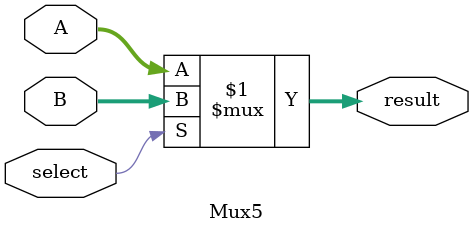
<source format=v>
`timescale 1ns / 1ps


module Mux5(
		input [4:0]A, B,
		input select,
		output [4:0]result
    );

	assign result = select ? B : A;

endmodule
</source>
